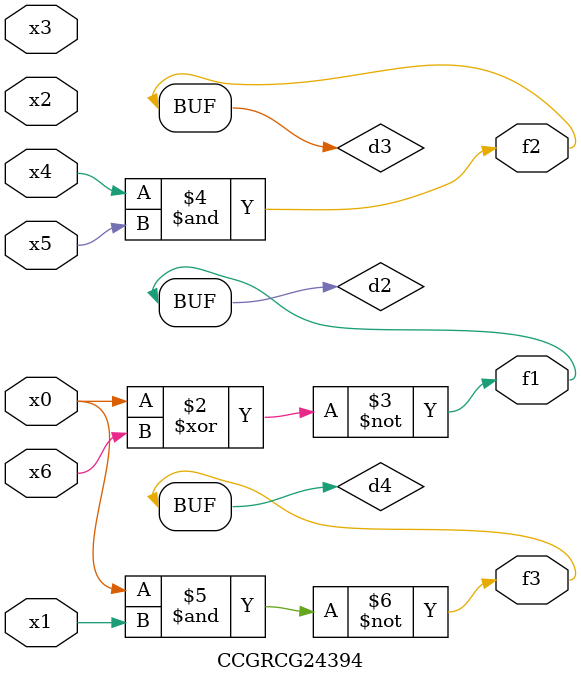
<source format=v>
module CCGRCG24394(
	input x0, x1, x2, x3, x4, x5, x6,
	output f1, f2, f3
);

	wire d1, d2, d3, d4;

	nor (d1, x0);
	xnor (d2, x0, x6);
	and (d3, x4, x5);
	nand (d4, x0, x1);
	assign f1 = d2;
	assign f2 = d3;
	assign f3 = d4;
endmodule

</source>
